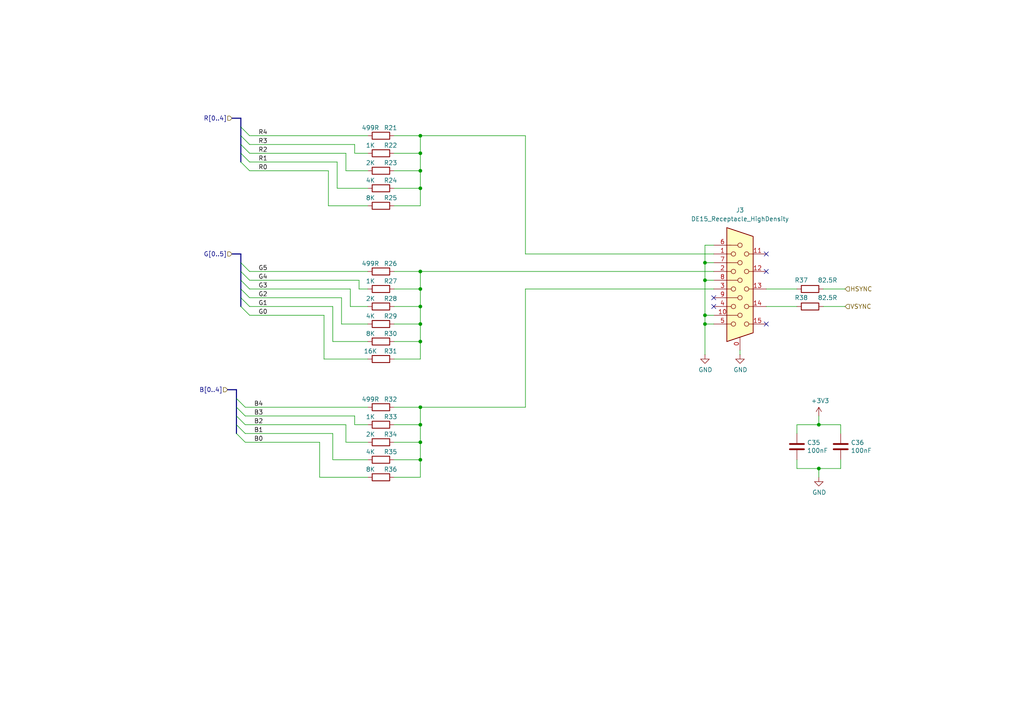
<source format=kicad_sch>
(kicad_sch (version 20250114) (generator "eeschema") (generator_version "9.0")
  (paper "A4")
  (lib_symbols
    (symbol "Connector:DE15_Receptacle_HighDensity_MountingHoles" (pin_names (offset 1.016) (hide yes))
      (property "Reference" "J" (at 0 21.59 0))
      (property "Value" "DE15_Receptacle_HighDensity_MountingHoles" (at 0 19.05 0))
      (symbol "DE15_Receptacle_HighDensity_MountingHoles_0_1"
        (polyline (pts (xy -3.81 17.78) (xy -3.81 -15.24) (xy 3.81 -12.7) (xy 3.81 15.24) (xy -3.81 17.78)) (stroke (width 0.254)) (fill (type background)))
        (polyline (pts (xy -3.175 7.62) (xy -0.635 7.62)))
        (circle (center -1.905 10.16) (radius 0.635))
        (circle (center -1.905 5.08) (radius 0.635))
        (circle (center -1.905 0) (radius 0.635))
        (circle (center -1.905 -5.08) (radius 0.635))
        (circle (center -1.905 -10.16) (radius 0.635))
        (polyline (pts (xy -0.635 12.7) (xy -3.175 12.7)))
        (polyline (pts (xy -0.635 2.54) (xy -3.175 2.54)))
        (polyline (pts (xy -0.635 -2.54) (xy -3.175 -2.54)))
        (polyline (pts (xy -0.635 -7.62) (xy -3.175 -7.62)))
        (circle (center 0 12.7) (radius 0.635))
        (circle (center 0 7.62) (radius 0.635))
        (circle (center 0 2.54) (radius 0.635))
        (circle (center 0 -2.54) (radius 0.635))
        (circle (center 0 -7.62) (radius 0.635))
        (circle (center 1.905 10.16) (radius 0.635))
        (circle (center 1.905 5.08) (radius 0.635))
        (circle (center 1.905 0) (radius 0.635))
        (circle (center 1.905 -5.08) (radius 0.635))
        (circle (center 1.905 -10.16) (radius 0.635))
      )
      (symbol "DE15_Receptacle_HighDensity_MountingHoles_1_1"
        (pin passive line (at -7.62 12.7 0) (length 5.08) (name "~") (number "6"))
        (pin passive line (at -7.62 10.16 0) (length 5.08) (name "~") (number "1"))
        (pin passive line (at -7.62 7.62 0) (length 5.08) (name "~") (number "7"))
        (pin passive line (at -7.62 5.08 0) (length 5.08) (name "~") (number "2"))
        (pin passive line (at -7.62 2.54 0) (length 5.08) (name "~") (number "8"))
        (pin passive line (at -7.62 0 0) (length 5.08) (name "~") (number "3"))
        (pin passive line (at -7.62 -2.54 0) (length 5.08) (name "~") (number "9"))
        (pin passive line (at -7.62 -5.08 0) (length 5.08) (name "~") (number "4"))
        (pin passive line (at -7.62 -7.62 0) (length 5.08) (name "~") (number "10"))
        (pin passive line (at -7.62 -10.16 0) (length 5.08) (name "~") (number "5"))
        (pin passive line (at 0 -17.78 90) (length 3.81) (name "~") (number "0"))
        (pin passive line (at 7.62 10.16 180) (length 5.08) (name "~") (number "11"))
        (pin passive line (at 7.62 5.08 180) (length 5.08) (name "~") (number "12"))
        (pin passive line (at 7.62 0 180) (length 5.08) (name "~") (number "13"))
        (pin passive line (at 7.62 -5.08 180) (length 5.08) (name "~") (number "14"))
        (pin passive line (at 7.62 -10.16 180) (length 5.08) (name "~") (number "15"))
      )
    )
    (symbol "Device:C" (pin_numbers (hide yes)) (pin_names (offset 0.254))
      (property "Reference" "C" (at 0.635 2.54 0))
      (property "Value" "C" (at 0.635 -2.54 0))
      (symbol "C_0_1"
        (polyline (pts (xy -2.032 0.762) (xy 2.032 0.762)) (stroke (width 0.508)))
        (polyline (pts (xy -2.032 -0.762) (xy 2.032 -0.762)) (stroke (width 0.508)))
      )
      (symbol "C_1_1"
        (pin passive line (at 0 3.81 270) (length 2.794) (name "~") (number "1"))
        (pin passive line (at 0 -3.81 90) (length 2.794) (name "~") (number "2"))
      )
    )
    (symbol "Device:R" (pin_numbers (hide yes)) (pin_names (offset 0))
      (property "Reference" "R" (at 2.032 0 90))
      (property "Value" "R" (at 0 0 90))
      (symbol "R_0_1"
        (rectangle (start -1.016 -2.54) (end 1.016 2.54) (stroke (width 0.254)))
      )
      (symbol "R_1_1"
        (pin passive line (at 0 3.81 270) (length 1.27) (name "~") (number "1"))
        (pin passive line (at 0 -3.81 90) (length 1.27) (name "~") (number "2"))
      )
    )
    (symbol "power:+3V3" (power) (pin_numbers (hide yes)) (pin_names (offset 0) (hide yes))
      (property "Value" "+3V3" (at 0 3.556 0))
      (symbol "+3V3_0_1"
        (polyline (pts (xy -0.762 1.27) (xy 0 2.54)))
        (polyline (pts (xy 0 2.54) (xy 0.762 1.27)))
        (polyline (pts (xy 0 0) (xy 0 2.54)))
      )
      (symbol "+3V3_1_1"
        (pin power_in line (at 0 0 90) (length 0) (name "~") (number "1"))
      )
    )
    (symbol "power:GND" (power) (pin_numbers (hide yes)) (pin_names (offset 0) (hide yes))
      (property "Value" "GND" (at 0 -3.81 0))
      (symbol "GND_0_1"
        (polyline (pts (xy 0 0) (xy 0 -1.27) (xy 1.27 -1.27) (xy 0 -2.54) (xy -1.27 -1.27) (xy 0 -1.27)))
      )
      (symbol "GND_1_1"
        (pin power_in line (at 0 0 270) (length 0) (name "~") (number "1"))
      )
    )
  )
  (junction (at 204.47 91.44))
  (junction (at 121.92 54.61))
  (junction (at 121.92 123.19))
  (junction (at 237.49 135.89))
  (junction (at 204.47 76.2))
  (junction (at 121.92 93.98))
  (junction (at 121.92 44.45))
  (junction (at 204.47 81.28))
  (junction (at 121.92 49.53))
  (junction (at 121.92 133.35))
  (junction (at 121.92 39.37))
  (junction (at 121.92 88.9))
  (junction (at 121.92 78.74))
  (junction (at 121.92 118.11))
  (junction (at 204.47 93.98))
  (junction (at 121.92 83.82))
  (junction (at 121.92 99.06))
  (junction (at 121.92 128.27))
  (junction (at 237.49 123.19))
  (no_connect (at 222.25 93.98))
  (no_connect (at 207.01 86.36))
  (no_connect (at 207.01 88.9))
  (no_connect (at 222.25 78.74))
  (no_connect (at 222.25 73.66))
  (bus_entry (at 68.58 123.19) (size 2.54 2.54))
  (bus_entry (at 69.85 83.82) (size 2.54 2.54))
  (bus_entry (at 68.58 115.57) (size 2.54 2.54))
  (bus_entry (at 68.58 120.65) (size 2.54 2.54))
  (bus_entry (at 69.85 41.91) (size 2.54 2.54))
  (bus_entry (at 69.85 46.99) (size 2.54 2.54))
  (bus_entry (at 68.58 125.73) (size 2.54 2.54))
  (bus_entry (at 69.85 86.36) (size 2.54 2.54))
  (bus_entry (at 69.85 39.37) (size 2.54 2.54))
  (bus_entry (at 69.85 78.74) (size 2.54 2.54))
  (bus_entry (at 68.58 118.11) (size 2.54 2.54))
  (bus_entry (at 69.85 44.45) (size 2.54 2.54))
  (bus_entry (at 69.85 81.28) (size 2.54 2.54))
  (bus_entry (at 69.85 36.83) (size 2.54 2.54))
  (bus_entry (at 69.85 76.2) (size 2.54 2.54))
  (bus_entry (at 69.85 88.9) (size 2.54 2.54))
  (wire (pts (xy 121.92 49.53) (xy 121.92 44.45)))
  (wire (pts (xy 222.25 88.9) (xy 231.14 88.9)))
  (wire (pts (xy 231.14 83.82) (xy 222.25 83.82)))
  (wire (pts (xy 121.92 88.9) (xy 121.92 93.98)))
  (wire (pts (xy 114.3 99.06) (xy 121.92 99.06)))
  (wire (pts (xy 207.01 76.2) (xy 204.47 76.2)))
  (wire (pts (xy 121.92 93.98) (xy 121.92 99.06)))
  (bus (pts (xy 69.85 81.28) (xy 69.85 83.82)))
  (wire (pts (xy 99.06 93.98) (xy 106.68 93.98)))
  (wire (pts (xy 243.84 123.19) (xy 237.49 123.19)))
  (wire (pts (xy 237.49 135.89) (xy 243.84 135.89)))
  (wire (pts (xy 152.4 39.37) (xy 152.4 73.66)))
  (wire (pts (xy 121.92 78.74) (xy 207.01 78.74)))
  (wire (pts (xy 72.39 49.53) (xy 95.25 49.53)))
  (wire (pts (xy 121.92 59.69) (xy 121.92 54.61)))
  (wire (pts (xy 237.49 138.43) (xy 237.49 135.89)))
  (wire (pts (xy 93.98 91.44) (xy 93.98 104.14)))
  (wire (pts (xy 231.14 135.89) (xy 237.49 135.89)))
  (wire (pts (xy 92.71 128.27) (xy 92.71 138.43)))
  (wire (pts (xy 72.39 91.44) (xy 93.98 91.44)))
  (bus (pts (xy 69.85 76.2) (xy 69.85 78.74)))
  (wire (pts (xy 102.87 123.19) (xy 106.68 123.19)))
  (bus (pts (xy 69.85 41.91) (xy 69.85 44.45)))
  (wire (pts (xy 237.49 123.19) (xy 231.14 123.19)))
  (wire (pts (xy 114.3 54.61) (xy 121.92 54.61)))
  (wire (pts (xy 92.71 138.43) (xy 106.68 138.43)))
  (wire (pts (xy 97.79 54.61) (xy 106.68 54.61)))
  (wire (pts (xy 207.01 81.28) (xy 204.47 81.28)))
  (wire (pts (xy 96.52 88.9) (xy 96.52 99.06)))
  (wire (pts (xy 102.87 44.45) (xy 106.68 44.45)))
  (wire (pts (xy 121.92 118.11) (xy 114.3 118.11)))
  (bus (pts (xy 69.85 34.29) (xy 67.31 34.29)))
  (wire (pts (xy 121.92 133.35) (xy 121.92 128.27)))
  (wire (pts (xy 204.47 81.28) (xy 204.47 91.44)))
  (wire (pts (xy 204.47 102.87) (xy 204.47 93.98)))
  (wire (pts (xy 152.4 83.82) (xy 207.01 83.82)))
  (wire (pts (xy 114.3 88.9) (xy 121.92 88.9)))
  (wire (pts (xy 121.92 138.43) (xy 121.92 133.35)))
  (wire (pts (xy 204.47 76.2) (xy 204.47 81.28)))
  (wire (pts (xy 243.84 125.73) (xy 243.84 123.19)))
  (bus (pts (xy 68.58 118.11) (xy 68.58 120.65)))
  (wire (pts (xy 72.39 86.36) (xy 99.06 86.36)))
  (wire (pts (xy 72.39 83.82) (xy 101.6 83.82)))
  (wire (pts (xy 71.12 118.11) (xy 106.68 118.11)))
  (bus (pts (xy 68.58 120.65) (xy 68.58 123.19)))
  (wire (pts (xy 114.3 78.74) (xy 121.92 78.74)))
  (wire (pts (xy 71.12 128.27) (xy 92.71 128.27)))
  (wire (pts (xy 238.76 83.82) (xy 245.11 83.82)))
  (wire (pts (xy 72.39 44.45) (xy 100.33 44.45)))
  (bus (pts (xy 68.58 115.57) (xy 68.58 118.11)))
  (wire (pts (xy 102.87 120.65) (xy 102.87 123.19)))
  (wire (pts (xy 152.4 118.11) (xy 121.92 118.11)))
  (bus (pts (xy 69.85 34.29) (xy 69.85 36.83)))
  (wire (pts (xy 204.47 91.44) (xy 207.01 91.44)))
  (wire (pts (xy 100.33 123.19) (xy 100.33 128.27)))
  (wire (pts (xy 95.25 59.69) (xy 106.68 59.69)))
  (wire (pts (xy 152.4 39.37) (xy 121.92 39.37)))
  (wire (pts (xy 72.39 46.99) (xy 97.79 46.99)))
  (wire (pts (xy 72.39 78.74) (xy 106.68 78.74)))
  (wire (pts (xy 114.3 59.69) (xy 121.92 59.69)))
  (wire (pts (xy 93.98 104.14) (xy 106.68 104.14)))
  (wire (pts (xy 231.14 125.73) (xy 231.14 123.19)))
  (wire (pts (xy 96.52 125.73) (xy 96.52 133.35)))
  (wire (pts (xy 207.01 71.12) (xy 204.47 71.12)))
  (bus (pts (xy 68.58 123.19) (xy 68.58 125.73)))
  (wire (pts (xy 114.3 83.82) (xy 121.92 83.82)))
  (wire (pts (xy 114.3 49.53) (xy 121.92 49.53)))
  (bus (pts (xy 68.58 113.03) (xy 66.04 113.03)))
  (wire (pts (xy 114.3 123.19) (xy 121.92 123.19)))
  (wire (pts (xy 121.92 123.19) (xy 121.92 118.11)))
  (bus (pts (xy 69.85 73.66) (xy 69.85 76.2)))
  (bus (pts (xy 69.85 83.82) (xy 69.85 86.36)))
  (wire (pts (xy 121.92 39.37) (xy 114.3 39.37)))
  (wire (pts (xy 114.3 138.43) (xy 121.92 138.43)))
  (bus (pts (xy 69.85 73.66) (xy 67.31 73.66)))
  (wire (pts (xy 96.52 133.35) (xy 106.68 133.35)))
  (wire (pts (xy 104.14 83.82) (xy 106.68 83.82)))
  (wire (pts (xy 152.4 83.82) (xy 152.4 118.11)))
  (wire (pts (xy 71.12 125.73) (xy 96.52 125.73)))
  (wire (pts (xy 121.92 78.74) (xy 121.92 83.82)))
  (wire (pts (xy 96.52 99.06) (xy 106.68 99.06)))
  (wire (pts (xy 121.92 44.45) (xy 121.92 39.37)))
  (wire (pts (xy 237.49 120.65) (xy 237.49 123.19)))
  (wire (pts (xy 121.92 99.06) (xy 121.92 104.14)))
  (wire (pts (xy 102.87 41.91) (xy 102.87 44.45)))
  (wire (pts (xy 97.79 46.99) (xy 97.79 54.61)))
  (wire (pts (xy 114.3 93.98) (xy 121.92 93.98)))
  (wire (pts (xy 101.6 88.9) (xy 106.68 88.9)))
  (wire (pts (xy 101.6 83.82) (xy 101.6 88.9)))
  (bus (pts (xy 68.58 113.03) (xy 68.58 115.57)))
  (bus (pts (xy 69.85 86.36) (xy 69.85 88.9)))
  (bus (pts (xy 69.85 36.83) (xy 69.85 39.37)))
  (wire (pts (xy 121.92 54.61) (xy 121.92 49.53)))
  (wire (pts (xy 72.39 39.37) (xy 106.68 39.37)))
  (wire (pts (xy 114.3 44.45) (xy 121.92 44.45)))
  (wire (pts (xy 121.92 83.82) (xy 121.92 88.9)))
  (wire (pts (xy 121.92 104.14) (xy 114.3 104.14)))
  (wire (pts (xy 72.39 88.9) (xy 96.52 88.9)))
  (wire (pts (xy 114.3 133.35) (xy 121.92 133.35)))
  (wire (pts (xy 72.39 41.91) (xy 102.87 41.91)))
  (wire (pts (xy 71.12 120.65) (xy 102.87 120.65)))
  (wire (pts (xy 207.01 93.98) (xy 204.47 93.98)))
  (wire (pts (xy 245.11 88.9) (xy 238.76 88.9)))
  (wire (pts (xy 231.14 133.35) (xy 231.14 135.89)))
  (wire (pts (xy 100.33 128.27) (xy 106.68 128.27)))
  (wire (pts (xy 104.14 81.28) (xy 104.14 83.82)))
  (bus (pts (xy 69.85 39.37) (xy 69.85 41.91)))
  (wire (pts (xy 114.3 128.27) (xy 121.92 128.27)))
  (wire (pts (xy 99.06 86.36) (xy 99.06 93.98)))
  (bus (pts (xy 69.85 44.45) (xy 69.85 46.99)))
  (wire (pts (xy 121.92 128.27) (xy 121.92 123.19)))
  (wire (pts (xy 71.12 123.19) (xy 100.33 123.19)))
  (bus (pts (xy 69.85 78.74) (xy 69.85 81.28)))
  (wire (pts (xy 100.33 49.53) (xy 106.68 49.53)))
  (wire (pts (xy 243.84 133.35) (xy 243.84 135.89)))
  (wire (pts (xy 204.47 71.12) (xy 204.47 76.2)))
  (wire (pts (xy 214.63 102.87) (xy 214.63 101.6)))
  (wire (pts (xy 204.47 93.98) (xy 204.47 91.44)))
  (wire (pts (xy 152.4 73.66) (xy 207.01 73.66)))
  (wire (pts (xy 72.39 81.28) (xy 104.14 81.28)))
  (wire (pts (xy 100.33 44.45) (xy 100.33 49.53)))
  (wire (pts (xy 95.25 49.53) (xy 95.25 59.69)))
  (label "B4" (at 73.66 118.11 0))
  (label "G3" (at 74.93 83.82 0))
  (label "B0" (at 73.66 128.27 0))
  (label "R1" (at 74.93 46.99 0))
  (label "R2" (at 74.93 44.45 0))
  (label "R4" (at 74.93 39.37 0))
  (label "B1" (at 73.66 125.73 0))
  (label "R3" (at 74.93 41.91 0))
  (label "G0" (at 74.93 91.44 0))
  (label "B3" (at 73.66 120.65 0))
  (label "G4" (at 74.93 81.28 0))
  (label "G1" (at 74.93 88.9 0))
  (label "B2" (at 73.66 123.19 0))
  (label "G2" (at 74.93 86.36 0))
  (label "G5" (at 74.93 78.74 0))
  (label "R0" (at 74.93 49.53 0))
  (hierarchical_label "HSYNC" (shape input) (at 245.11 83.82 0))
  (hierarchical_label "B[0..4]" (shape input) (at 66.04 113.03 180))
  (hierarchical_label "G[0..5]" (shape input) (at 67.31 73.66 180))
  (hierarchical_label "VSYNC" (shape input) (at 245.11 88.9 0))
  (hierarchical_label "R[0..4]" (shape input) (at 67.31 34.29 180))
  (symbol (lib_id "Device:R") (at 234.95 88.9 270) (unit 1)
    (property "Reference" "R38" (at 232.41 86.36 90))
    (property "Value" "82.5R" (at 240.03 86.36 90))
    (property "Footprint" "Resistor_SMD:R_0805_2012Metric" (effects (hide yes)))
  )
  (symbol (lib_id "Device:R") (at 234.95 83.82 270) (unit 1)
    (property "Reference" "R37" (at 232.41 81.28 90))
    (property "Value" "82.5R" (at 240.03 81.28 90))
    (property "Footprint" "Resistor_SMD:R_0805_2012Metric" (effects (hide yes)))
  )
  (symbol (lib_id "power:GND") (at 214.63 102.87 0) (unit 1)
    (property "Reference" "#PWR091" (effects (hide yes)))
    (property "Value" "GND" (at 214.757 107.2642 0))
    (property "Description" "Power symbol creates a global label with name \"GND\" , ground" (effects (hide yes)))
  )
  (symbol (lib_id "power:GND") (at 204.47 102.87 0) (unit 1)
    (property "Reference" "#PWR090" (effects (hide yes)))
    (property "Value" "GND" (at 204.597 107.2642 0))
    (property "Description" "Power symbol creates a global label with name \"GND\" , ground" (effects (hide yes)))
  )
  (symbol (lib_id "Device:C") (at 243.84 129.54 0) (unit 1)
    (property "Reference" "C36" (at 246.761 128.3716 0) (effects (justify left)))
    (property "Value" "100nF" (at 246.761 130.683 0) (effects (justify left)))
    (property "Footprint" "Capacitor_SMD:C_0805_2012Metric" (effects (hide yes)))
  )
  (symbol (lib_id "power:GND") (at 237.49 138.43 0) (unit 1)
    (property "Reference" "#PWR093" (effects (hide yes)))
    (property "Value" "GND" (at 237.617 142.8242 0))
    (property "Description" "Power symbol creates a global label with name \"GND\" , ground" (effects (hide yes)))
  )
  (symbol (lib_id "Device:C") (at 231.14 129.54 0) (unit 1)
    (property "Reference" "C35" (at 234.061 128.3716 0) (effects (justify left)))
    (property "Value" "100nF" (at 234.061 130.683 0) (effects (justify left)))
    (property "Footprint" "Capacitor_SMD:C_0805_2012Metric" (effects (hide yes)))
  )
  (symbol (lib_id "power:+3V3") (at 237.49 120.65 0) (unit 1)
    (property "Reference" "#PWR092" (effects (hide yes)))
    (property "Value" "+3V3" (at 237.871 116.2558 0))
    (property "Description" "Power symbol creates a global label with name \"+3V3\"" (effects (hide yes)))
  )
  (symbol (lib_id "Device:R") (at 110.49 49.53 90) (unit 1)
    (property "Reference" "R23" (at 113.284 47.244 90))
    (property "Value" "2K" (at 107.442 47.244 90))
    (property "Footprint" "Resistor_SMD:R_0805_2012Metric" (effects (hide yes)))
    (property "Description" "Resistor" (effects (hide yes)))
  )
  (symbol (lib_id "Device:R") (at 110.49 78.74 90) (unit 1)
    (property "Reference" "R26" (at 113.284 76.454 90))
    (property "Value" "499R" (at 107.442 76.454 90))
    (property "Footprint" "Resistor_SMD:R_0805_2012Metric" (effects (hide yes)))
    (property "Description" "Resistor" (effects (hide yes)))
  )
  (symbol (lib_id "Device:R") (at 110.49 93.98 90) (unit 1)
    (property "Reference" "R29" (at 113.284 91.694 90))
    (property "Value" "4K" (at 107.442 91.694 90))
    (property "Footprint" "Resistor_SMD:R_0805_2012Metric" (effects (hide yes)))
    (property "Description" "Resistor" (effects (hide yes)))
  )
  (symbol (lib_id "Device:R") (at 110.49 133.35 90) (unit 1)
    (property "Reference" "R35" (at 113.284 131.064 90))
    (property "Value" "4K" (at 107.442 131.064 90))
    (property "Footprint" "Resistor_SMD:R_0805_2012Metric" (effects (hide yes)))
    (property "Description" "Resistor" (effects (hide yes)))
  )
  (symbol (lib_id "Device:R") (at 110.49 39.37 90) (unit 1)
    (property "Reference" "R21" (at 113.284 37.084 90))
    (property "Value" "499R" (at 107.442 37.084 90))
    (property "Footprint" "Resistor_SMD:R_0805_2012Metric" (effects (hide yes)))
    (property "Description" "Resistor" (effects (hide yes)))
  )
  (symbol (lib_id "Connector:DE15_Receptacle_HighDensity_MountingHoles") (at 214.63 83.82 0) (unit 1)
    (property "Reference" "J3" (at 214.63 60.96 0))
    (property "Value" "DE15_Receptacle_HighDensity" (at 214.63 63.5 0))
    (property "Footprint" "Connector_Dsub:DSUB-15-HD_Female_Horizontal_P2.29x1.98mm_EdgePinOffset3.03mm_Housed_MountingHolesOffset4.94mm" (effects (hide yes)))
    (property "Datasheet" " ~" (effects (hide yes)))
    (property "Description" "15-pin female receptacle socket D-SUB connector, High density (3 columns), Triple Row, Generic, VGA-connector, Mounting Hole" (effects (hide yes)))
  )
  (symbol (lib_id "Device:R") (at 110.49 88.9 90) (unit 1)
    (property "Reference" "R28" (at 113.284 86.614 90))
    (property "Value" "2K" (at 107.442 86.614 90))
    (property "Footprint" "Resistor_SMD:R_0805_2012Metric" (effects (hide yes)))
    (property "Description" "Resistor" (effects (hide yes)))
  )
  (symbol (lib_id "Device:R") (at 110.49 59.69 90) (unit 1)
    (property "Reference" "R25" (at 113.284 57.404 90))
    (property "Value" "8K" (at 107.442 57.404 90))
    (property "Footprint" "Resistor_SMD:R_0805_2012Metric" (effects (hide yes)))
    (property "Description" "Resistor" (effects (hide yes)))
  )
  (symbol (lib_id "Device:R") (at 110.49 54.61 90) (unit 1)
    (property "Reference" "R24" (at 113.284 52.324 90))
    (property "Value" "4K" (at 107.442 52.324 90))
    (property "Footprint" "Resistor_SMD:R_0805_2012Metric" (effects (hide yes)))
    (property "Description" "Resistor" (effects (hide yes)))
  )
  (symbol (lib_id "Device:R") (at 110.49 138.43 90) (unit 1)
    (property "Reference" "R36" (at 113.284 136.144 90))
    (property "Value" "8K" (at 107.442 136.144 90))
    (property "Footprint" "Resistor_SMD:R_0805_2012Metric" (effects (hide yes)))
    (property "Description" "Resistor" (effects (hide yes)))
  )
  (symbol (lib_id "Device:R") (at 110.49 104.14 90) (unit 1)
    (property "Reference" "R31" (at 113.284 101.854 90))
    (property "Value" "16K" (at 107.442 101.854 90))
    (property "Footprint" "Resistor_SMD:R_0805_2012Metric" (effects (hide yes)))
    (property "Description" "Resistor" (effects (hide yes)))
  )
  (symbol (lib_id "Device:R") (at 110.49 123.19 90) (unit 1)
    (property "Reference" "R33" (at 113.284 120.904 90))
    (property "Value" "1K" (at 107.442 120.904 90))
    (property "Footprint" "Resistor_SMD:R_0805_2012Metric" (effects (hide yes)))
    (property "Description" "Resistor" (effects (hide yes)))
  )
  (symbol (lib_id "Device:R") (at 110.49 118.11 90) (unit 1)
    (property "Reference" "R32" (at 113.284 115.824 90))
    (property "Value" "499R" (at 107.442 115.824 90))
    (property "Footprint" "Resistor_SMD:R_0805_2012Metric" (effects (hide yes)))
    (property "Description" "Resistor" (effects (hide yes)))
  )
  (symbol (lib_id "Device:R") (at 110.49 99.06 90) (unit 1)
    (property "Reference" "R30" (at 113.284 96.774 90))
    (property "Value" "8K" (at 107.442 96.774 90))
    (property "Footprint" "Resistor_SMD:R_0805_2012Metric" (effects (hide yes)))
    (property "Description" "Resistor" (effects (hide yes)))
  )
  (symbol (lib_id "Device:R") (at 110.49 83.82 90) (unit 1)
    (property "Reference" "R27" (at 113.284 81.534 90))
    (property "Value" "1K" (at 107.442 81.534 90))
    (property "Footprint" "Resistor_SMD:R_0805_2012Metric" (effects (hide yes)))
    (property "Description" "Resistor" (effects (hide yes)))
  )
  (symbol (lib_id "Device:R") (at 110.49 44.45 90) (unit 1)
    (property "Reference" "R22" (at 113.284 42.164 90))
    (property "Value" "1K" (at 107.442 42.164 90))
    (property "Footprint" "Resistor_SMD:R_0805_2012Metric" (effects (hide yes)))
    (property "Description" "Resistor" (effects (hide yes)))
  )
  (symbol (lib_id "Device:R") (at 110.49 128.27 90) (unit 1)
    (property "Reference" "R34" (at 113.284 125.984 90))
    (property "Value" "2K" (at 107.442 125.984 90))
    (property "Footprint" "Resistor_SMD:R_0805_2012Metric" (effects (hide yes)))
    (property "Description" "Resistor" (effects (hide yes)))
  )
)
</source>
